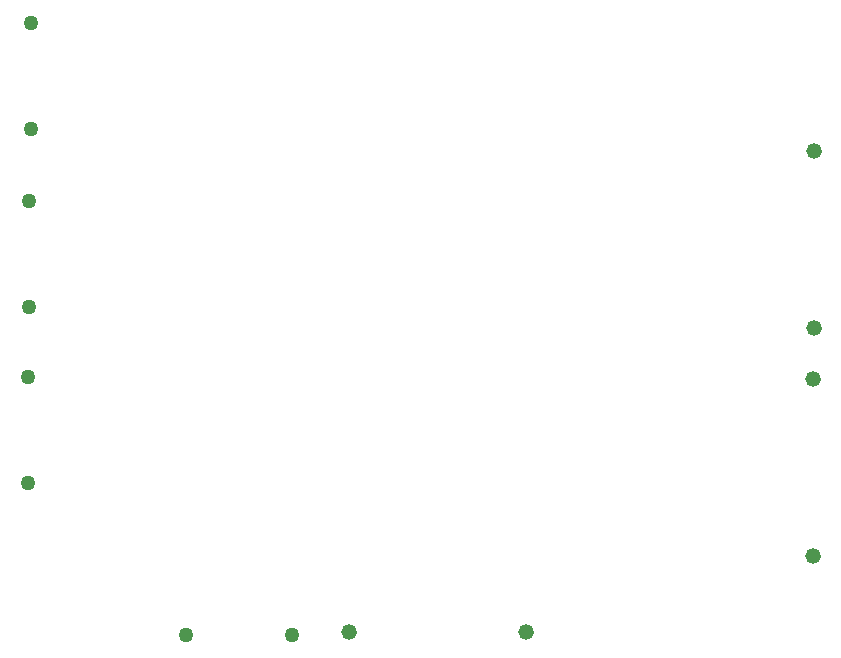
<source format=gbr>
%TF.GenerationSoftware,Altium Limited,Altium Designer,22.9.1 (49)*%
G04 Layer_Color=0*
%FSLAX23Y23*%
%MOIN*%
%TF.SameCoordinates,7E49B892-F471-4493-957F-970E4ADD815D*%
%TF.FilePolarity,Positive*%
%TF.FileFunction,NonPlated,1,2,NPTH,Drill*%
%TF.Part,Single*%
G01*
G75*
%TA.AperFunction,ComponentDrill*%
%ADD74C,0.052*%
%ADD75C,0.050*%
%ADD76C,0.050*%
%ADD77C,0.052*%
D74*
X3990Y1614D02*
D03*
Y2205D02*
D03*
X3992Y2374D02*
D03*
Y2964D02*
D03*
D75*
X1377Y2798D02*
D03*
Y2444D02*
D03*
X1382Y3391D02*
D03*
Y3037D02*
D03*
X1372Y2211D02*
D03*
Y1857D02*
D03*
D76*
X1899Y1352D02*
D03*
X2253D02*
D03*
D77*
X2444Y1362D02*
D03*
X3034D02*
D03*
%TF.MD5,b5afef618e889e0e225bbe64c9cf4da3*%
M02*

</source>
